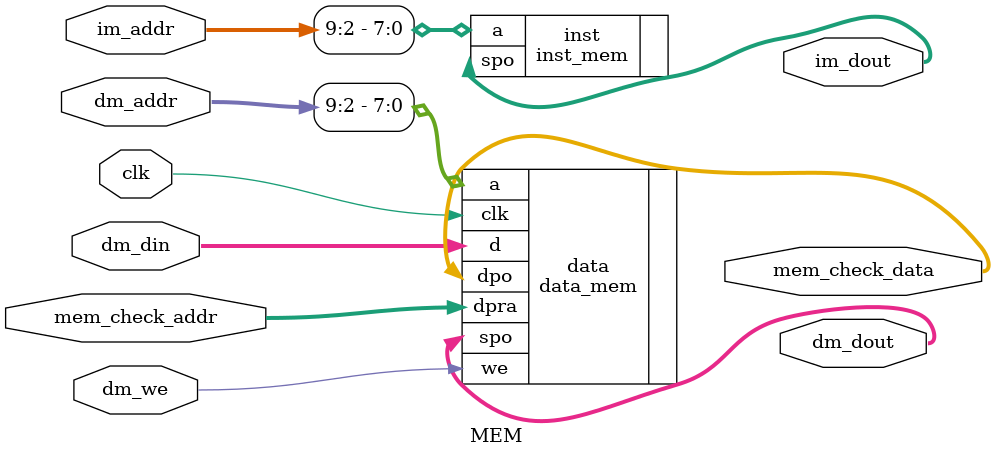
<source format=v>
module MEM(
    input clk,

    // MEM Data BUS with CPU
	// IM port
    input [31:0] im_addr,
    output [31:0] im_dout,
	
	// DM port
    input  [31:0] dm_addr,
    input dm_we,
    input  [31:0] dm_din,
    output [31:0] dm_dout,

    // MEM Debug BUS
    input [31:0] mem_check_addr,
    output [31:0] mem_check_data
);
// TODO: Your IP here.
// Remember that we need [9:2]?
inst_mem inst (
    .a(im_addr[9:2]),      // input wire [7 : 0] a
    .spo(im_dout)  // output wire [31 : 0] spo
);
data_mem data (
    .a(dm_addr[9:2]),        // input wire [7 : 0] a
    .d(dm_din),        // input wire [31 : 0] d
    .dpra(mem_check_addr),  // input wire [7 : 0] dpra
    .clk(clk),    // input wire clk
    .we(dm_we),      // input wire we
    .spo(dm_dout),    // output wire [31 : 0] spo
    .dpo(mem_check_data)    // output wire [31 : 0] dpo
);
endmodule
</source>
